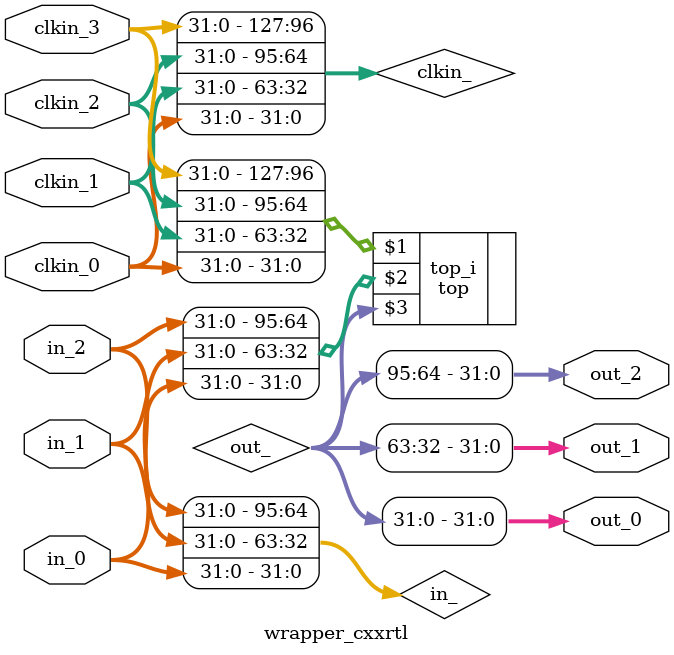
<source format=sv>
module wrapper_cxxrtl(input logic [31:0] clkin_0,input logic [31:0] clkin_1,input logic [31:0] clkin_2,input logic [31:0] clkin_3,input logic [31:0] in_0,input logic [31:0] in_1,input logic [31:0] in_2,output logic [31:0] out_0,output logic [31:0] out_1,output logic [31:0] out_2);
    logic [127:0] clkin_;
    logic [95:0] in_;
    logic [95:0] out_;
    assign clkin_[31:0] = clkin_0;
    assign clkin_[63:32] = clkin_1;
    assign clkin_[95:64] = clkin_2;
    assign clkin_[127:96] = clkin_3;
    assign in_[31:0] = in_0;
    assign in_[63:32] = in_1;
    assign in_[95:64] = in_2;
    assign out_0 = out_[31:0];
    assign out_1 = out_[63:32];
    assign out_2 = out_[95:64];
    top top_i(clkin_, in_, out_);
endmodule

</source>
